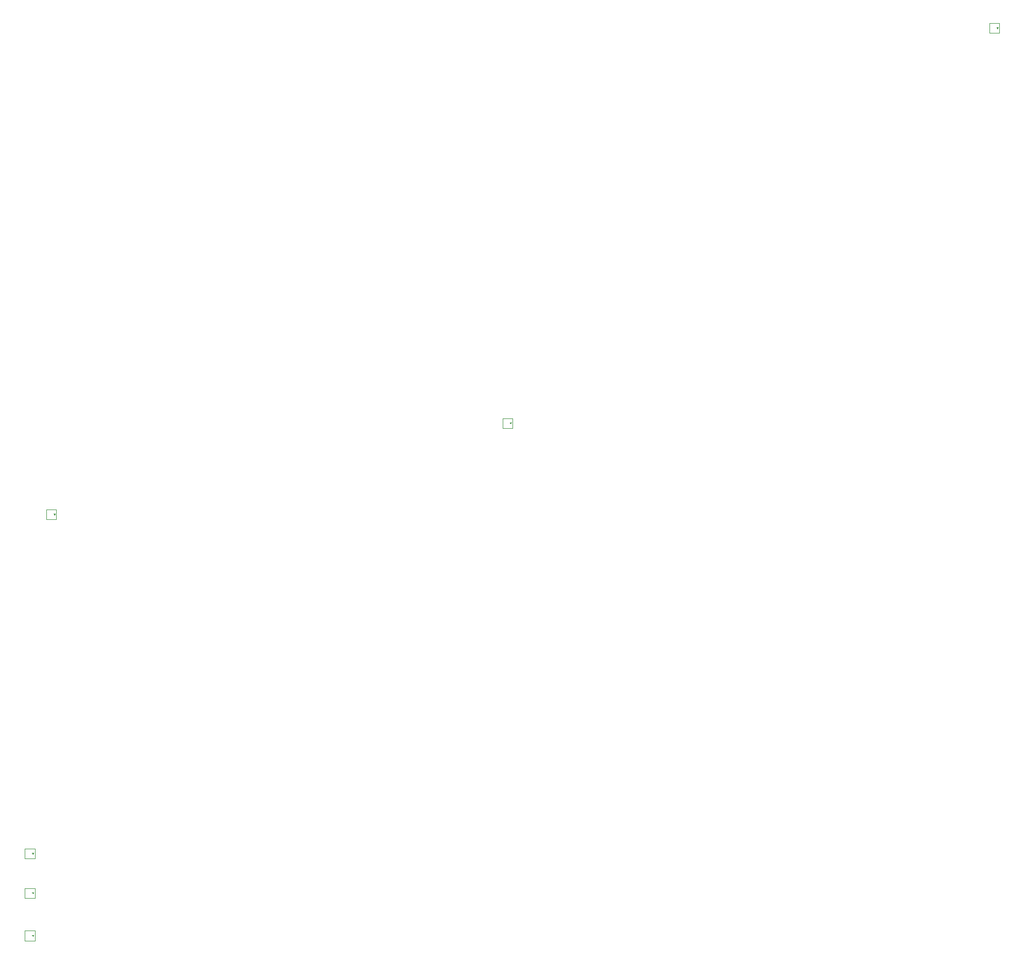
<source format=gbo>
%TF.GenerationSoftware,KiCad,Pcbnew,(6.0.4)*%
%TF.CreationDate,2022-05-27T00:32:28-07:00*%
%TF.ProjectId,bot_L,626f745f-4c2e-46b6-9963-61645f706362,rev?*%
%TF.SameCoordinates,Original*%
%TF.FileFunction,Legend,Bot*%
%TF.FilePolarity,Positive*%
%FSLAX46Y46*%
G04 Gerber Fmt 4.6, Leading zero omitted, Abs format (unit mm)*
G04 Created by KiCad (PCBNEW (6.0.4)) date 2022-05-27 00:32:28*
%MOMM*%
%LPD*%
G01*
G04 APERTURE LIST*
%ADD10C,0.120000*%
%ADD11C,0.650000*%
%ADD12O,1.600000X1.000000*%
%ADD13O,2.100000X1.000000*%
%ADD14O,1.000000X2.100000*%
%ADD15O,1.000000X1.600000*%
G04 APERTURE END LIST*
D10*
%TO.C,D3*%
X211675000Y-96675000D02*
X211675000Y-98325000D01*
X213325000Y-96675000D02*
X211675000Y-96675000D01*
X212850000Y-97400000D02*
X213150000Y-97400000D01*
X213000000Y-97600000D02*
X213150000Y-97400000D01*
X211675000Y-98325000D02*
X213325000Y-98325000D01*
X213000000Y-97600000D02*
X212850000Y-97400000D01*
X213325000Y-98325000D02*
X213325000Y-96675000D01*
X213000000Y-97400000D02*
X213000000Y-97600000D01*
%TO.C,D4*%
X134450000Y-181900000D02*
X134300000Y-181700000D01*
X133125000Y-180975000D02*
X133125000Y-182625000D01*
X134450000Y-181900000D02*
X134600000Y-181700000D01*
X133125000Y-182625000D02*
X134775000Y-182625000D01*
X134450000Y-181700000D02*
X134450000Y-181900000D01*
X134300000Y-181700000D02*
X134600000Y-181700000D01*
X134775000Y-182625000D02*
X134775000Y-180975000D01*
X134775000Y-180975000D02*
X133125000Y-180975000D01*
%TO.C,D3*%
X293000000Y-32600000D02*
X293150000Y-32400000D01*
X292850000Y-32400000D02*
X293150000Y-32400000D01*
X293000000Y-32600000D02*
X292850000Y-32400000D01*
X291675000Y-33325000D02*
X293325000Y-33325000D01*
X293325000Y-31675000D02*
X291675000Y-31675000D01*
X293325000Y-33325000D02*
X293325000Y-31675000D01*
X293000000Y-32400000D02*
X293000000Y-32600000D01*
X291675000Y-31675000D02*
X291675000Y-33325000D01*
X134775000Y-173975000D02*
X133125000Y-173975000D01*
X134775000Y-175625000D02*
X134775000Y-173975000D01*
X134300000Y-174700000D02*
X134600000Y-174700000D01*
X133125000Y-173975000D02*
X133125000Y-175625000D01*
X134450000Y-174900000D02*
X134300000Y-174700000D01*
X133125000Y-175625000D02*
X134775000Y-175625000D01*
X134450000Y-174900000D02*
X134600000Y-174700000D01*
X134450000Y-174700000D02*
X134450000Y-174900000D01*
X136675000Y-111675000D02*
X136675000Y-113325000D01*
X138000000Y-112600000D02*
X138150000Y-112400000D01*
X138325000Y-111675000D02*
X136675000Y-111675000D01*
X138000000Y-112400000D02*
X138000000Y-112600000D01*
X138325000Y-113325000D02*
X138325000Y-111675000D01*
X137850000Y-112400000D02*
X138150000Y-112400000D01*
X138000000Y-112600000D02*
X137850000Y-112400000D01*
X136675000Y-113325000D02*
X138325000Y-113325000D01*
%TO.C,D2*%
X134450000Y-168200000D02*
X134450000Y-168400000D01*
X134775000Y-169125000D02*
X134775000Y-167475000D01*
X134450000Y-168400000D02*
X134600000Y-168200000D01*
X133125000Y-169125000D02*
X134775000Y-169125000D01*
X134775000Y-167475000D02*
X133125000Y-167475000D01*
X134450000Y-168400000D02*
X134300000Y-168200000D01*
X134300000Y-168200000D02*
X134600000Y-168200000D01*
X133125000Y-167475000D02*
X133125000Y-169125000D01*
%TD*%
%LPC*%
D11*
%TO.C,J1*%
X283697038Y-158884520D03*
X283697038Y-164664520D03*
D12*
X287347038Y-166094520D03*
X287347038Y-157454520D03*
D13*
X283167038Y-157454520D03*
X283167038Y-166094520D03*
%TD*%
D14*
%TO.C,J1*%
X270680000Y-90630000D03*
D15*
X279320000Y-86450000D03*
X270680000Y-86450000D03*
D14*
X279320000Y-90630000D03*
D11*
X272110000Y-90100000D03*
X277890000Y-90100000D03*
%TD*%
M02*

</source>
